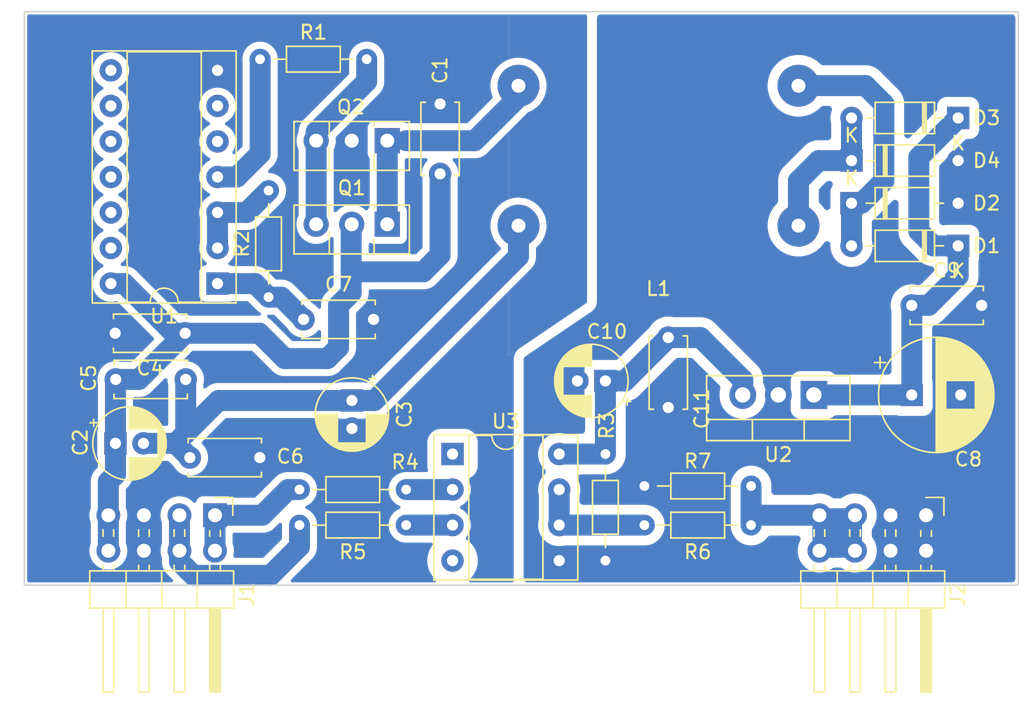
<source format=kicad_pcb>
(kicad_pcb (version 20221018) (generator pcbnew)
  (layers (0 "F.Cu" signal) (31 "B.Cu" signal) (34 "B.Paste" user) (35 "F.Paste" user) (36 "B.SilkS" user "B.Silkscreen") (37 "F.SilkS" user "F.Silkscreen") (38 "B.Mask" user) (39 "F.Mask" user) (44 "Edge.Cuts" user))
  (net 0 "")
  (net 1 "GND")
  (net 2 "15V_F")
  (net 3 "Net-(C2-Pad2)")
  (net 4 "/Ret+")
  (net 5 "/Ret-")
  (net 6 "/15V")
  (net 7 "Net-(D1-A)")
  (net 8 "Net-(D3-A)")
  (net 9 "G+")
  (net 10 "G-")
  (net 11 "Switch_Gate")
  (net 12 "Net-(C7-Pad1)")
  (net 13 "Net-(U3-A)")
  (net 14 "Net-(U3-C)")
  (net 15 "Net-(Q1-E)")
  (net 18 "Net-(Q1-B)")
  (net 19 "Oscilador")
  (net 20 "Net-(R2-Pad2)")
  (net 21 "Net-(R6-Pad2)")
  (footprint "Capacitor_THT:C_Disc_D5.0mm_W2.5mm_P5.00mm" (layer "F.Cu") (at 33.822 55.88)
    (fp_text reference "C6" (at 7.178 -0.08) (layer "F.SilkS"))
    (fp_text value "100n")
    (pad "1" thru_hole circle (at 0 0) (size 1.6 1.6) (drill 0.8) (layers "*.Cu" "*.Mask") (net 3 "Net-(C2-Pad2)"))
    (pad "2" thru_hole circle (at 5 0) (size 1.6 1.6) (drill 0.8) (layers "*.Cu" "*.Mask") (net 1 "GND"))
  )
  (footprint "Resistor_THT:R_Axial_DIN0204_L3.6mm_D1.6mm_P7.62mm_Horizontal" (layer "F.Cu") (at 63.51 63.246 90)
    (fp_text reference "R3" (at 9.646 0.09 90) (layer "F.SilkS"))
    (fp_text value "1k")
    (pad "1" thru_hole circle (at 0 0 90) (size 1.4 1.4) (drill 0.7) (layers "*.Cu" "*.Mask") (net 5 "/Ret-"))
    (pad "2" thru_hole oval (at 7.62 0 90) (size 1.4 1.4) (drill 0.7) (layers "*.Cu" "*.Mask") (net 6 "/15V"))
  )
  (footprint "Connector_PinHeader_2.54mm:PinHeader_2x04_P2.54mm_Horizontal" (layer "F.Cu") (at 35.62 60 -90)
    (fp_text reference "J1" (at 5.655 -2.27 90) (layer "F.SilkS"))
    (fp_text value "Conn_02x04_Odd_Even")
    (pad "1" thru_hole rect locked (at 0 0 270) (size 1.7 1.7) (drill 1) (layers "*.Cu" "*.Mask") (net 9 "G+"))
    (pad "2" thru_hole oval locked (at 2.54 0 270) (size 1.7 1.7) (drill 1) (layers "*.Cu" "*.Mask") (net 9 "G+"))
    (pad "3" thru_hole oval locked (at 0 2.54 270) (size 1.7 1.7) (drill 1) (layers "*.Cu" "*.Mask") (net 10 "G-"))
    (pad "4" thru_hole oval locked (at 2.54 2.54 270) (size 1.7 1.7) (drill 1) (layers "*.Cu" "*.Mask") (net 10 "G-"))
    (pad "5" thru_hole oval locked (at 0 5.08 270) (size 1.7 1.7) (drill 1) (layers "*.Cu" "*.Mask") (net 1 "GND"))
    (pad "6" thru_hole oval locked (at 2.54 5.08 270) (size 1.7 1.7) (drill 1) (layers "*.Cu" "*.Mask") (net 1 "GND"))
    (pad "7" thru_hole oval locked (at 0 7.62 270) (size 1.7 1.7) (drill 1) (layers "*.Cu" "*.Mask") (net 2 "15V_F"))
    (pad "8" thru_hole oval locked (at 2.54 7.62 270) (size 1.7 1.7) (drill 1) (layers "*.Cu" "*.Mask") (net 2 "15V_F"))
  )
  (footprint "Capacitor_THT:CP_Radial_D8.0mm_P3.50mm" (layer "F.Cu") (at 85.39 51.4)
    (fp_text reference "C8" (at 4.052651 4.6) (layer "F.SilkS"))
    (fp_text value "100u")
    (pad "1" thru_hole rect (at 0 0) (size 1.6 1.6) (drill 0.8) (layers "*.Cu" "*.Mask") (net 4 "/Ret+"))
    (pad "2" thru_hole circle (at 3.5 0) (size 1.6 1.6) (drill 0.8) (layers "*.Cu" "*.Mask") (net 5 "/Ret-"))
  )
  (footprint "Capacitor_THT:C_Disc_D5.0mm_W2.5mm_P5.00mm" (layer "F.Cu") (at 68 47.3 -90)
    (fp_text reference "C11" (at 5.094 -2.392 90) (layer "F.SilkS"))
    (fp_text value "100n")
    (pad "1" thru_hole circle (at 0 0 270) (size 1.6 1.6) (drill 0.8) (layers "*.Cu" "*.Mask") (net 6 "/15V"))
    (pad "2" thru_hole circle (at 5 0 270) (size 1.6 1.6) (drill 0.8) (layers "*.Cu" "*.Mask") (net 5 "/Ret-"))
  )
  (footprint "Resistor_THT:R_Axial_DIN0204_L3.6mm_D1.6mm_P7.62mm_Horizontal" (layer "F.Cu") (at 49.276 58.166 180)
    (fp_text reference "R4" (at 0.076 1.966) (layer "F.SilkS"))
    (fp_text value "100")
    (pad "1" thru_hole circle (at 0 0 180) (size 1.4 1.4) (drill 0.7) (layers "*.Cu" "*.Mask") (net 13 "Net-(U3-A)"))
    (pad "2" thru_hole oval (at 7.62 0 180) (size 1.4 1.4) (drill 0.7) (layers "*.Cu" "*.Mask") (net 9 "G+"))
  )
  (footprint "Capacitor_THT:C_Disc_D5.0mm_W2.5mm_P5.00mm" (layer "F.Cu") (at 85.39 45)
    (fp_text reference "C9" (at 2.5 -2.5) (layer "F.SilkS"))
    (fp_text value "100n")
    (pad "1" thru_hole circle (at 0 0) (size 1.6 1.6) (drill 0.8) (layers "*.Cu" "*.Mask") (net 4 "/Ret+"))
    (pad "2" thru_hole circle (at 5 0) (size 1.6 1.6) (drill 0.8) (layers "*.Cu" "*.Mask") (net 5 "/Ret-"))
  )
  (footprint "Capacitor_THT:C_Disc_D5.0mm_W2.5mm_P5.00mm" (layer "F.Cu") (at 51.7 35.6 90)
    (fp_text reference "C1" (at 7.4 0 90) (layer "F.SilkS"))
    (fp_text value "100n")
    (pad "1" thru_hole circle (at 0 0 90) (size 1.6 1.6) (drill 0.8) (layers "*.Cu" "*.Mask") (net 2 "15V_F"))
    (pad "2" thru_hole circle (at 5 0 90) (size 1.6 1.6) (drill 0.8) (layers "*.Cu" "*.Mask") (net 1 "GND"))
  )
  (footprint "Diode_THT:D_DO-35_SOD27_P7.62mm_Horizontal" (layer "F.Cu") (at 88.71 31.6 180)
    (fp_text reference "D3" (at -2.032 0) (layer "F.SilkS"))
    (fp_text value "1N4148")
    (fp_text user "K" (at 0 -1.8) (layer "F.SilkS"))
    (pad "1" thru_hole rect (at 0 0 180) (size 1.6 1.6) (drill 0.8) (layers "*.Cu" "*.Mask") (net 4 "/Ret+"))
    (pad "2" thru_hole oval (at 7.62 0 180) (size 1.6 1.6) (drill 0.8) (layers "*.Cu" "*.Mask") (net 8 "Net-(D3-A)"))
  )
  (footprint "Capacitor_THT:C_Disc_D5.0mm_W2.5mm_P5.00mm" (layer "F.Cu") (at 41.946 46)
    (fp_text reference "C7" (at 2.5 -2.5) (layer "F.SilkS"))
    (fp_text value "100p")
    (pad "1" thru_hole circle (at 0 0) (size 1.6 1.6) (drill 0.8) (layers "*.Cu" "*.Mask") (net 12 "Net-(C7-Pad1)"))
    (pad "2" thru_hole circle (at 5 0) (size 1.6 1.6) (drill 0.8) (layers "*.Cu" "*.Mask") (net 1 "GND"))
  )
  (footprint "Package_TO_SOT_THT:TO-126-3_Vertical" (layer "F.Cu") (at 47.926 33.225 180)
    (fp_text reference "Q2" (at 2.6 2.4) (layer "F.SilkS"))
    (fp_text value "BD136")
    (pad "1" thru_hole rect (at 0 0 180) (size 1.8 1.8) (drill 1) (layers "*.Cu" "*.Mask") (net 15 "Net-(Q1-E)"))
    (pad "2" thru_hole oval (at 2.54 0 180) (size 1.8 1.8) (drill 1) (layers "*.Cu" "*.Mask") (net 1 "GND"))
    (pad "3" thru_hole oval (at 5.08 0 180) (size 1.8 1.8) (drill 1) (layers "*.Cu" "*.Mask") (net 18 "Net-(Q1-B)"))
  )
  (footprint "Package_TO_SOT_THT:TO-220-3_Vertical" (layer "F.Cu") (at 78.4 51.4 180)
    (fp_text reference "U2" (at 2.54 -4.27) (layer "F.SilkS"))
    (fp_text value "LM7815_TO220")
    (pad "1" thru_hole rect (at 0 0 180) (size 1.905 2) (drill 1.1) (layers "*.Cu" "*.Mask") (net 4 "/Ret+"))
    (pad "2" thru_hole oval (at 2.54 0 180) (size 1.905 2) (drill 1.1) (layers "*.Cu" "*.Mask") (net 5 "/Ret-"))
    (pad "3" thru_hole oval (at 5.08 0 180) (size 1.905 2) (drill 1.1) (layers "*.Cu" "*.Mask") (net 6 "/15V"))
  )
  (footprint "Package_DIP:DIP-8_W7.62mm_Socket" (layer "F.Cu") (at 52.588 55.626)
    (fp_text reference "U3" (at 3.81 -2.33) (layer "F.SilkS"))
    (fp_text value "HCPL-3120")
    (pad "1" thru_hole rect locked (at 0 0) (size 1.6 1.6) (drill 0.8) (layers "*.Cu" "*.Mask") (clearance 1))
    (pad "2" thru_hole oval locked (at 0 2.54) (size 1.6 1.6) (drill 0.8) (layers "*.Cu" "*.Mask") (net 13 "Net-(U3-A)"))
    (pad "3" thru_hole oval locked (at 0 5.08) (size 1.6 1.6) (drill 0.8) (layers "*.Cu" "*.Mask") (net 14 "Net-(U3-C)"))
    (pad "4" thru_hole oval locked (at 0 7.62) (size 1.6 1.6) (drill 0.8) (layers "*.Cu" "*.Mask") (clearance 1))
    (pad "5" thru_hole oval locked (at 7.62 7.62) (size 1.6 1.6) (drill 0.8) (layers "*.Cu" "*.Mask") (net 5 "/Ret-"))
    (pad "6" thru_hole oval locked (at 7.62 5.08) (size 1.6 1.6) (drill 0.8) (layers "*.Cu" "*.Mask") (net 21 "Net-(R6-Pad2)"))
    (pad "7" thru_hole oval locked (at 7.62 2.54) (size 1.6 1.6) (drill 0.8) (layers "*.Cu" "*.Mask") (net 21 "Net-(R6-Pad2)"))
    (pad "8" thru_hole oval locked (at 7.62 0) (size 1.6 1.6) (drill 0.8) (layers "*.Cu" "*.Mask") (net 6 "/15V"))
  )
  (footprint "Connector_PinHeader_2.54mm:PinHeader_2x04_P2.54mm_Horizontal" (layer "F.Cu") (at 86.42 60 -90)
    (fp_text reference "J2" (at 5.655 -2.27 90) (layer "F.SilkS"))
    (fp_text value "Conn_02x04_Odd_Even")
    (pad "1" thru_hole rect locked (at 0 0 270) (size 1.7 1.7) (drill 1) (layers "*.Cu" "*.Mask") (net 5 "/Ret-"))
    (pad "2" thru_hole oval locked (at 2.54 0 270) (size 1.7 1.7) (drill 1) (layers "*.Cu" "*.Mask") (net 5 "/Ret-"))
    (pad "3" thru_hole oval locked (at 0 2.54 270) (size 1.7 1.7) (drill 1) (layers "*.Cu" "*.Mask") (net 5 "/Ret-"))
    (pad "4" thru_hole oval locked (at 2.54 2.54 270) (size 1.7 1.7) (drill 1) (layers "*.Cu" "*.Mask") (net 5 "/Ret-"))
    (pad "5" thru_hole oval locked (at 0 5.08 270) (size 1.7 1.7) (drill 1) (layers "*.Cu" "*.Mask") (net 11 "Switch_Gate"))
    (pad "6" thru_hole oval locked (at 2.54 5.08 270) (size 1.7 1.7) (drill 1) (layers "*.Cu" "*.Mask") (net 11 "Switch_Gate"))
    (pad "7" thru_hole oval locked (at 0 7.62 270) (size 1.7 1.7) (drill 1) (layers "*.Cu" "*.Mask") (net 11 "Switch_Gate"))
    (pad "8" thru_hole oval locked (at 2.54 7.62 270) (size 1.7 1.7) (drill 1) (layers "*.Cu" "*.Mask") (net 11 "Switch_Gate"))
  )
  (footprint "Diode_THT:D_DO-35_SOD27_P7.62mm_Horizontal" (layer "F.Cu") (at 88.71 40.744 180)
    (fp_text reference "D1" (at -2.032 0) (layer "F.SilkS"))
    (fp_text value "1N4148")
    (fp_text user "K" (at 0 -1.8) (layer "F.SilkS"))
    (pad "1" thru_hole rect locked (at 0 0 180) (size 1.6 1.6) (drill 0.8) (layers "*.Cu" "*.Mask") (net 4 "/Ret+"))
    (pad "2" thru_hole oval locked (at 7.62 0 180) (size 1.6 1.6) (drill 0.8) (layers "*.Cu" "*.Mask") (net 7 "Net-(D1-A)"))
  )
  (footprint "Capacitor_THT:C_Disc_D5.0mm_W2.5mm_P5.00mm" (layer "F.Cu") (at 33.488 46.99 180)
    (fp_text reference "C4" (at 2.5 -2.5) (layer "F.SilkS"))
    (fp_text value "100n")
    (pad "1" thru_hole circle (at 0 0 180) (size 1.6 1.6) (drill 0.8) (layers "*.Cu" "*.Mask") (net 2 "15V_F"))
    (pad "2" thru_hole circle (at 5 0 180) (size 1.6 1.6) (drill 0.8) (layers "*.Cu" "*.Mask") (net 1 "GND"))
  )
  (footprint "Diode_THT:D_DO-35_SOD27_P7.62mm_Horizontal" (layer "F.Cu") (at 81.09 37.696)
    (fp_text reference "D2" (at 9.652 0) (layer "F.SilkS"))
    (fp_text value "1N4148")
    (fp_text user "K" (at 0 -1.8) (layer "F.SilkS"))
    (pad "1" thru_hole rect (at 0 0) (size 1.6 1.6) (drill 0.8) (layers "*.Cu" "*.Mask") (net 7 "Net-(D1-A)"))
    (pad "2" thru_hole oval (at 7.62 0) (size 1.6 1.6) (drill 0.8) (layers "*.Cu" "*.Mask") (net 5 "/Ret-"))
  )
  (footprint "Resistor_THT:R_Axial_DIN0204_L3.6mm_D1.6mm_P7.62mm_Horizontal" (layer "F.Cu") (at 49.276 60.706 180)
    (fp_text reference "R5" (at 3.81 -1.92) (layer "F.SilkS"))
    (fp_text value "100")
    (pad "1" thru_hole circle (at 0 0 180) (size 1.4 1.4) (drill 0.7) (layers "*.Cu" "*.Mask") (net 14 "Net-(U3-C)"))
    (pad "2" thru_hole oval (at 7.62 0 180) (size 1.4 1.4) (drill 0.7) (layers "*.Cu" "*.Mask") (net 10 "G-"))
  )
  (footprint "Resistor_THT:R_Axial_DIN0204_L3.6mm_D1.6mm_P7.62mm_Horizontal" (layer "F.Cu") (at 73.914 57.912 180)
    (fp_text reference "R7" (at 3.81 1.778) (layer "F.SilkS"))
    (fp_text value "10k")
    (pad "1" thru_hole circle (at 0 0 180) (size 1.4 1.4) (drill 0.7) (layers "*.Cu" "*.Mask") (net 11 "Switch_Gate"))
    (pad "2" thru_hole oval (at 7.62 0 180) (size 1.4 1.4) (drill 0.7) (layers "*.Cu" "*.Mask") (net 5 "/Ret-"))
  )
  (footprint "Package_TO_SOT_THT:TO-126-3_Vertical" (layer "F.Cu") (at 47.926 39.2 180)
    (fp_text reference "Q1" (at 2.54 2.6) (layer "F.SilkS"))
    (fp_text value "BD135")
    (pad "1" thru_hole rect (at 0 0 180) (size 1.8 1.8) (drill 1) (layers "*.Cu" "*.Mask") (net 15 "Net-(Q1-E)"))
    (pad "2" thru_hole oval (at 2.54 0 180) (size 1.8 1.8) (drill 1) (layers "*.Cu" "*.Mask") (net 2 "15V_F"))
    (pad "3" thru_hole oval (at 5.08 0 180) (size 1.8 1.8) (drill 1) (layers "*.Cu" "*.Mask") (net 18 "Net-(Q1-B)"))
  )
  (footprint "Diode_THT:D_DO-35_SOD27_P7.62mm_Horizontal" (layer "F.Cu") (at 81.09 34.648)
    (fp_text reference "D4" (at 9.652 0) (layer "F.SilkS"))
    (fp_text value "1N4148")
    (fp_text user "K" (at 0 -1.8) (layer "F.SilkS"))
    (pad "1" thru_hole rect (at 0 0) (size 1.6 1.6) (drill 0.8) (layers "*.Cu" "*.Mask") (net 8 "Net-(D3-A)"))
    (pad "2" thru_hole oval (at 7.62 0) (size 1.6 1.6) (drill 0.8) (layers "*.Cu" "*.Mask") (net 5 "/Ret-"))
  )
  (footprint "Capacitor_THT:CP_Radial_D5.0mm_P2.00mm" (layer "F.Cu") (at 28.508888 54.864)
    (fp_text reference "C2" (at -2.508888 -0.064 90) (layer "F.SilkS"))
    (fp_text value "10u")
    (pad "1" thru_hole rect (at 0 0) (size 1.6 1.6) (drill 0.8) (layers "*.Cu" "*.Mask") (net 2 "15V_F"))
    (pad "2" thru_hole circle (at 2 0) (size 1.6 1.6) (drill 0.8) (layers "*.Cu" "*.Mask") (net 3 "Net-(C2-Pad2)"))
  )
  (footprint "Capacitor_THT:CP_Radial_D5.0mm_P2.00mm" (layer "F.Cu") (at 45.4 51.8 -90)
    (fp_text reference "C3" (at 1 -3.75 90) (layer "F.SilkS"))
    (fp_text value "10u")
    (pad "1" thru_hole rect (at 0 0 270) (size 1.6 1.6) (drill 0.8) (layers "*.Cu" "*.Mask") (net 3 "Net-(C2-Pad2)"))
    (pad "2" thru_hole circle (at 2 0 270) (size 1.6 1.6) (drill 0.8) (layers "*.Cu" "*.Mask") (net 1 "GND"))
  )
  (footprint "Capacitor_THT:C_Disc_D5.0mm_W2.5mm_P5.00mm" (layer "F.Cu") (at 28.528 50.292)
    (fp_text reference "C5" (at -1.928 -0.092 90) (layer "F.SilkS"))
    (fp_text value "100n")
    (pad "1" thru_hole circle (at 0 0) (size 1.6 1.6) (drill 0.8) (layers "*.Cu" "*.Mask") (net 2 "15V_F"))
    (pad "2" thru_hole circle (at 5 0) (size 1.6 1.6) (drill 0.8) (layers "*.Cu" "*.Mask") (net 3 "Net-(C2-Pad2)"))
  )
  (footprint "Capacitor_THT:CP_Radial_D5.0mm_P2.00mm" (layer "F.Cu") (at 63.51 50.4 180)
    (fp_text reference "C10" (at -0.11 3.53) (layer "F.SilkS"))
    (fp_text value "10u")
    (pad "1" thru_hole rect (at 0 0 180) (size 1.6 1.6) (drill 0.8) (layers "*.Cu" "*.Mask") (net 6 "/15V"))
    (pad "2" thru_hole circle (at 2 0 180) (size 1.6 1.6) (drill 0.8) (layers "*.Cu" "*.Mask") (net 5 "/Ret-"))
  )
  (footprint "Resistor_THT:R_Axial_DIN0204_L3.6mm_D1.6mm_P7.62mm_Horizontal" (layer "F.Cu") (at 38.836 27.4)
    (fp_text reference "R1" (at 3.81 -1.92) (layer "F.SilkS"))
    (fp_text value "1k")
    (pad "1" thru_hole circle (at 0 0) (size 1.4 1.4) (drill 0.7) (layers "*.Cu" "*.Mask") (net 19 "Oscilador"))
    (pad "2" thru_hole oval (at 7.62 0) (size 1.4 1.4) (drill 0.7) (layers "*.Cu" "*.Mask") (net 18 "Net-(Q1-B)"))
  )
  (footprint "Components:Inductor_Coupled" (layer "F.Cu") (at 67.3 44.3)
    (fp_text reference "L1" (at 0 -0.5 unlocked) (layer "F.SilkS"))
    (fp_text value "L_Coupled")
    (pad "1" thru_hole circle (at -10 -15) (size 3 3) (drill 1) (layers "*.Cu" "*.Mask") (net 15 "Net-(Q1-E)"))
    (pad "2" thru_hole circle (at -10 -5) (size 3 3) (drill 1) (layers "*.Cu" "*.Mask") (net 3 "Net-(C2-Pad2)"))
    (pad "3" thru_hole circle (at 10 -15) (size 3 3) (drill 1) (layers "*.Cu" "*.Mask") (net 7 "Net-(D1-A)"))
    (pad "4" thru_hole circle (at 10 -5) (size 3 3) (drill 1) (layers "*.Cu" "*.Mask") (net 8 "Net-(D3-A)"))
  )
  (footprint "Resistor_THT:R_Axial_DIN0204_L3.6mm_D1.6mm_P7.62mm_Horizontal" (layer "F.Cu") (at 73.914 60.706 180)
    (fp_text reference "R6" (at 3.81 -1.92) (layer "F.SilkS"))
    (fp_text value "10")
    (pad "1" thru_hole circle (at 0 0 180) (size 1.4 1.4) (drill 0.7) (layers "*.Cu" "*.Mask") (net 11 "Switch_Gate"))
    (pad "2" thru_hole oval (at 7.62 0 180) (size 1.4 1.4) (drill 0.7) (layers "*.Cu" "*.Mask") (net 21 "Net-(R6-Pad2)"))
  )
  (footprint "Package_DIP:DIP-14_W7.62mm_Socket" (layer "F.Cu") (at 35.8 43.439 180)
    (fp_text reference "U1" (at 3.81 -2.33) (layer "F.SilkS"))
    (fp_text value "74HC14")
    (pad "1" thru_hole rect (at 0 0 180) (size 1.6 1.6) (drill 0.8) (layers "*.Cu" "*.Mask") (net 12 "Net-(C7-Pad1)"))
    (pad "2" thru_hole oval (at 0 2.54 180) (size 1.6 1.6) (drill 0.8) (layers "*.Cu" "*.Mask") (net 20 "Net-(R2-Pad2)"))
    (pad "3" thru_hole oval (at 0 5.08 180) (size 1.6 1.6) (drill 0.8) (layers "*.Cu" "*.Mask") (net 20 "Net-(R2-Pad2)"))
    (pad "4" thru_hole oval (at 0 7.62 180) (size 1.6 1.6) (drill 0.8) (layers "*.Cu" "*.Mask") (net 19 "Oscilador"))
    (pad "5" thru_hole oval (at 0 10.16 180) (size 1.6 1.6) (drill 0.8) (layers "*.Cu" "*.Mask"))
    (pad "6" thru_hole oval (at 0 12.7 180) (size 1.6 1.6) (drill 0.8) (layers "*.Cu" "*.Mask"))
    (pad "7" thru_hole oval (at 0 15.24 180) (size 1.6 1.6) (drill 0.8) (layers "*.Cu" "*.Mask") (net 1 "GND"))
    (pad "8" thru_hole oval (at 7.62 15.24 180) (size 1.6 1.6) (drill 0.8) (layers "*.Cu" "*.Mask"))
    (pad "9" thru_hole oval (at 7.62 12.7 180) (size 1.6 1.6) (drill 0.8) (layers "*.Cu" "*.Mask"))
    (pad "10" thru_hole oval (at 7.62 10.16 180) (size 1.6 1.6) (drill 0.8) (layers "*.Cu" "*.Mask"))
    (pad "11" thru_hole oval (at 7.62 7.62 180) (size 1.6 1.6) (drill 0.8) (layers "*.Cu" "*.Mask"))
    (pad "12" thru_hole oval (at 7.62 5.08 180) (size 1.6 1.6) (drill 0.8) (layers "*.Cu" "*.Mask"))
    (pad "13" thru_hole oval (at 7.62 2.54 180) (size 1.6 1.6) (drill 0.8) (layers "*.Cu" "*.Mask"))
    (pad "14" thru_hole oval (at 7.62 0 180) (size 1.6 1.6) (drill 0.8) (layers "*.Cu" "*.Mask") (net 2 "15V_F"))
  )
  (footprint "Resistor_THT:R_Axial_DIN0204_L3.6mm_D1.6mm_P7.62mm_Horizontal" (layer "F.Cu") (at 39.446 44.41 90)
    (fp_text reference "R2" (at 3.81 -1.92 90) (layer "F.SilkS"))
    (fp_text value "51k")
    (pad "1" thru_hole circle (at 0 0 90) (size 1.4 1.4) (drill 0.7) (layers "*.Cu" "*.Mask") (net 12 "Net-(C7-Pad1)"))
    (pad "2" thru_hole oval (at 7.62 0 90) (size 1.4 1.4) (drill 0.7) (layers "*.Cu" "*.Mask") (net 20 "Net-(R2-Pad2)"))
  )
  (gr_rect locked (start 22 24) (end 93 65) (stroke (width 0.1)) (fill none) (layer "Edge.Cuts"))
  (segment (start 43.646 48.8) (end 44.446 48) (width 1.5) (layer "B.Cu") (net 2))
  (segment (start 30.186 50.292) (end 28.528 50.292) (width 1.5) (layer "B.Cu") (net 2))
  (segment (start 28.508888 50.311112) (end 28.528 50.292) (width 1) (layer "B.Cu") (net 2))
  (segment (start 45.346 42.6) (end 45.346 39.24) (width 1.5) (layer "B.Cu") (net 2))
  (segment (start 51.7 41.4) (end 51.7 35.6) (width 1.5) (layer "B.Cu") (net 2))
  (segment (start 28 57.6) (end 28.508888 57.091112) (width 1.5) (layer "B.Cu") (net 2))
  (segment (start 38.79 46.99) (end 40.6 48.8) (width 1.5) (layer "B.Cu") (net 2))
  (segment (start 33.488 46.99) (end 30.186 50.292) (width 1.5) (layer "B.Cu") (net 2))
  (segment (start 28.18 43.439) (end 29.131 43.439) (width 1.5) (layer "B.Cu") (net 2))
  (segment (start 50.5 42.6) (end 51.7 41.4) (width 1.5) (layer "B.Cu") (net 2))
  (segment (start 44.446 45) (end 45.346 44.1) (width 1.5) (layer "B.Cu") (net 2))
  (segment (start 28.508888 57.091112) (end 28.508888 50.311112) (width 1.5) (layer "B.Cu") (net 2))
  (segment (start 29.131 43.439) (end 32.682 46.99) (width 1.5) (layer "B.Cu") (net 2))
  (segment (start 44.446 48) (end 44.446 45) (width 1.5) (layer "B.Cu") (net 2))
  (segment (start 28 60) (end 28 57.6) (width 1.5) (layer "B.Cu") (net 2))
  (segment (start 33.488 46.99) (end 38.79 46.99) (width 1.5) (layer "B.Cu") (net 2))
  (segment (start 45.346 44.1) (end 45.346 42.6) (width 1.5) (layer "B.Cu") (net 2))
  (segment (start 32.682 46.99) (end 33.488 46.99) (width 1.5) (layer "B.Cu") (net 2))
  (segment (start 45.346 42.6) (end 50.5 42.6) (width 1.5) (layer "B.Cu") (net 2))
  (segment (start 40.6 48.8) (end 43.646 48.8) (width 1.5) (layer "B.Cu") (net 2))
  (segment (start 28 62.54) (end 28 60) (width 1.5) (layer "B.Cu") (net 2))
  (segment (start 47 51.8) (end 57.3 41.5) (width 1.5) (layer "B.Cu") (net 3))
  (segment (start 32.806 54.864) (end 33.528 54.142) (width 1.5) (layer "B.Cu") (net 3))
  (segment (start 32.806 54.864) (end 33.822 55.88) (width 1.5) (layer "B.Cu") (net 3))
  (segment (start 35.87 51.8) (end 45.4 51.8) (width 1.5) (layer "B.Cu") (net 3))
  (segment (start 33.528 54.142) (end 33.528 50.292) (width 1.5) (layer "B.Cu") (net 3))
  (segment (start 30.508888 54.864) (end 32.806 54.864) (width 1.5) (layer "B.Cu") (net 3))
  (segment (start 32.806 54.864) (end 35.87 51.8) (width 1.5) (layer "B.Cu") (net 3))
  (segment (start 57.3 41.5) (end 57.3 39.3) (width 1.5) (layer "B.Cu") (net 3))
  (segment (start 45.4 51.8) (end 47 51.8) (width 1.5) (layer "B.Cu") (net 3))
  (segment (start 85.4 45.01) (end 85.39 45) (width 1.5) (layer "B.Cu") (net 4))
  (segment (start 86.944 40.744) (end 85.9 39.7) (width 1.5) (layer "B.Cu") (net 4))
  (segment (start 85.9 39.7) (end 85.9 34.41) (width 1.5) (layer "B.Cu") (net 4))
  (segment (start 88.71 42.89) (end 86.6 45) (width 1.5) (layer "B.Cu") (net 4))
  (segment (start 78.4 51.4) (end 85.39 51.4) (width 1.5) (layer "B.Cu") (net 4))
  (segment (start 85.4 51.39) (end 85.4 45.01) (width 1.5) (layer "B.Cu") (net 4))
  (segment (start 86.6 45) (end 85.39 45) (width 1.5) (layer "B.Cu") (net 4))
  (segment (start 88.71 40.744) (end 86.944 40.744) (width 1.5) (layer "B.Cu") (net 4))
  (segment (start 85.9 34.41) (end 88.71 31.6) (width 1.5) (layer "B.Cu") (net 4))
  (segment (start 85.39 51.4) (end 85.4 51.39) (width 1.5) (layer "B.Cu") (net 4))
  (segment (start 88.71 40.744) (end 88.71 42.89) (width 1.5) (layer "B.Cu") (net 4))
  (segment (start 70.3 47.3) (end 73.32 50.32) (width 1.5) (layer "B.Cu") (net 6))
  (segment (start 68 47.3) (end 70.3 47.3) (width 1.5) (layer "B.Cu") (net 6))
  (segment (start 60.208 55.626) (end 63.51 55.626) (width 1.5) (layer "B.Cu") (net 6))
  (segment (start 63.51 55.626) (end 63.51 50.4) (width 1.5) (layer "B.Cu") (net 6))
  (segment (start 73.32 50.32) (end 73.32 51.4) (width 1.5) (layer "B.Cu") (net 6))
  (segment (start 64.9 50.4) (end 68 47.3) (width 1.5) (layer "B.Cu") (net 6))
  (segment (start 63.6 50.4) (end 64.9 50.4) (width 1.5) (layer "B.Cu") (net 6))
  (segment (start 81.09 37.696) (end 81.09 40.744) (width 1.5) (layer "B.Cu") (net 7))
  (segment (start 77.3125 29.2875) (end 82.0875 29.2875) (width 1.5) (layer "B.Cu") (net 7))
  (segment (start 83.4 36.1) (end 81.804 37.696) (width 1.5) (layer "B.Cu") (net 7))
  (segment (start 83.4 30.6) (end 83.4 36.1) (width 1.5) (layer "B.Cu") (net 7))
  (segment (start 77.3 29.3) (end 77.3125 29.2875) (width 1.5) (layer "B.Cu") (net 7))
  (segment (start 81.804 37.696) (end 81.09 37.696) (width 1.5) (layer "B.Cu") (net 7))
  (segment (start 82.0875 29.2875) (end 83.4 30.6) (width 1.5) (layer "B.Cu") (net 7))
  (segment (start 78.752 34.648) (end 81.09 34.648) (width 1.5) (layer "B.Cu") (net 8))
  (segment (start 81.09 34.648) (end 81.09 31.6) (width 1.5) (layer "B.Cu") (net 8))
  (segment (start 77.3 36.1) (end 78.752 34.648) (width 1.5) (layer "B.Cu") (net 8))
  (segment (start 77.3 39.3) (end 77.3 36.1) (width 1.5) (layer "B.Cu") (net 8))
  (segment (start 39 60) (end 40.834 58.166) (width 1.5) (layer "B.Cu") (net 9))
  (segment (start 40.834 58.166) (end 41.656 58.166) (width 1.5) (layer "B.Cu") (net 9))
  (segment (start 35.62 62.54) (end 35.62 60) (width 1.5) (layer "B.Cu") (net 9))
  (segment (start 35.62 60) (end 39 60) (width 1.5) (layer "B.Cu") (net 9))
  (segment (start 39.586 64.3) (end 41.656 62.23) (width 1.5) (layer "B.Cu") (net 10))
  (segment (start 33.08 63.306) (end 34.074 64.3) (width 1.5) (layer "B.Cu") (net 10))
  (segment (start 34.074 64.3) (end 39.586 64.3) (width 1.5) (layer "B.Cu") (net 10))
  (segment (start 33.08 60) (end 33.08 62.54) (width 1.5) (layer "B.Cu") (net 10))
  (segment (start 33.08 62.54) (end 33.08 63.306) (width 1.5) (layer "B.Cu") (net 10))
  (segment (start 41.656 62.23) (end 41.656 60.706) (width 1.5) (layer "B.Cu") (net 10))
  (segment (start 78.8 62.54) (end 78.8 60) (width 1) (layer "B.Cu") (net 11))
  (segment (start 81.34 60) (end 80.384 60.956) (width 1) (layer "B.Cu") (net 11))
  (segment (start 81.34 61.468) (end 81.34 62.54) (width 1) (layer "B.Cu") (net 11))
  (segment (start 81.34 60) (end 81.34 61.468) (width 1) (layer "B.Cu") (net 11))
  (segment (start 78.8 60) (end 81.34 62.54) (width 1) (layer "B.Cu") (net 11))
  (segment (start 80.384 60.956) (end 79.756 60.956) (width 1) (layer "B.Cu") (net 11))
  (segment (start 79.756 60.956) (end 79.756 62.54) (width 1) (layer "B.Cu") (net 11))
  (segment (start 78.8 60) (end 73.914 60) (width 1.5) (layer "B.Cu") (net 11))
  (segment (start 81.34 60) (end 78.8 60) (width 1) (layer "B.Cu") (net 11))
  (segment (start 81.34 60) (end 78.8 62.54) (width 1) (layer "B.Cu") (net 11))
  (segment (start 79.756 62.54) (end 81.34 62.54) (width 1) (layer "B.Cu") (net 11))
  (segment (start 80.896 61.468) (end 81.34 61.468) (width 1) (layer "B.Cu") (net 11))
  (segment (start 78.8 60) (end 79.756 60.956) (width 1) (layer "B.Cu") (net 11))
  (segment (start 73.914 57.912) (end 73.914 60.706) (width 1.5) (layer "B.Cu") (net 11))
  (segment (start 80.384 60.956) (end 80.896 61.468) (width 1) (layer "B.Cu") (net 11))
  (segment (start 78.8 62.54) (end 79.756 62.54) (width 1) (layer "B.Cu") (net 11))
  (segment (start 41.946 46) (end 40.356 44.41) (width 1.5) (layer "B.Cu") (net 12))
  (segment (start 40.356 44.41) (end 39.446 44.41) (width 1.5) (layer "B.Cu") (net 12))
  (segment (start 38.475 43.439) (end 39.446 44.41) (width 1.5) (layer "B.Cu") (net 12))
  (segment (start 35.8 43.439) (end 38.475 43.439) (width 1.5) (layer "B.Cu") (net 12))
  (segment (start 49.276 58.166) (end 52.588 58.166) (width 1.5) (layer "B.Cu") (net 13))
  (segment (start 49.276 60.706) (end 52.588 60.706) (width 1.5) (layer "B.Cu") (net 14))
  (segment (start 57.3 30.1) (end 57.3 29.3) (width 1.5) (layer "B.Cu") (net 15))
  (segment (start 47.926 39.2) (end 47.926 33.225) (width 1.5) (layer "B.Cu") (net 15))
  (segment (start 54.175 33.225) (end 57.3 30.1) (width 1.5) (layer "B.Cu") (net 15))
  (segment (start 49.28 33.225) (end 54.175 33.225) (width 1.5) (layer "B.Cu") (net 15))
  (segment (start 46.456 28.99) (end 42.846 32.6) (width 1.5) (layer "B.Cu") (net 18))
  (segment (start 42.846 32.6) (end 42.846 39.2) (width 1.5) (layer "B.Cu") (net 18))
  (segment (start 46.456 27.4) (end 46.456 28.99) (width 1.5) (layer "B.Cu") (net 18))
  (segment (start 38.846 34.154) (end 37.181 35.819) (width 1.5) (layer "B.Cu") (net 19))
  (segment (start 38.846 27.41) (end 38.846 34.154) (width 1.5) (layer "B.Cu") (net 19))
  (segment (start 37.181 35.819) (end 35.8 35.819) (width 1.5) (layer "B.Cu") (net 19))
  (segment (start 38.836 27.4) (end 38.846 27.41) (width 1.5) (layer "B.Cu") (net 19))
  (segment (start 35.8 38.359) (end 37.877 38.359) (width 1.5) (layer "B.Cu") (net 20))
  (segment (start 35.8 40.899) (end 35.8 38.359) (width 1.5) (layer "B.Cu") (net 20))
  (segment (start 37.877 38.359) (end 39.446 36.79) (width 1.5) (layer "B.Cu") (net 20))
  (segment (start 60.208 60.706) (end 66.294 60.706) (width 1.5) (layer "B.Cu") (net 21))
  (segment (start 60.208 58.166) (end 60.208 60.706) (width 1.5) (layer "B.Cu") (net 21))
  (zone (net 1) (net_name "GND") (layer "B.Cu") (name "Area") (priority 6) (connect_pads yes (clearance 0.5)) (min_thickness 0.25) (fill yes (thermal_gap 0.5) (thermal_bridge_width 0.5) (island_removal_mode 1) (island_area_min 10))
    (polygon (pts (xy 20.627311 23.167757) (xy 20.260576 65.024) (xy 57.626 65.024) (xy 57.626 23.2) (xy 39.878 23.6)))
  )
  (zone (net 5) (net_name "/Ret-") (layer "B.Cu") (priority 8) (connect_pads yes (clearance 0.7)) (min_thickness 0.5) (fill yes (thermal_gap 0.5) (thermal_bridge_width 0.5) (island_removal_mode 1) (island_area_min 10))
    (polygon (pts (xy 57.664 23.492) (xy 57.664 65.024) (xy 93.416 65.024) (xy 93.416 23.492)))
  )
  (zone (net 1) (net_name "GND") (layer "B.Cu") (name "Area") (priority 9) (connect_pads yes (clearance 0.5)) (min_thickness 0.25) (fill yes (thermal_gap 0.5) (thermal_bridge_width 0.5))
    (polygon (pts (xy 56.6 23.2) (xy 56.6 48.6) (xy 62.2 44.8) (xy 62.2 23.2)))
  )
)
</source>
